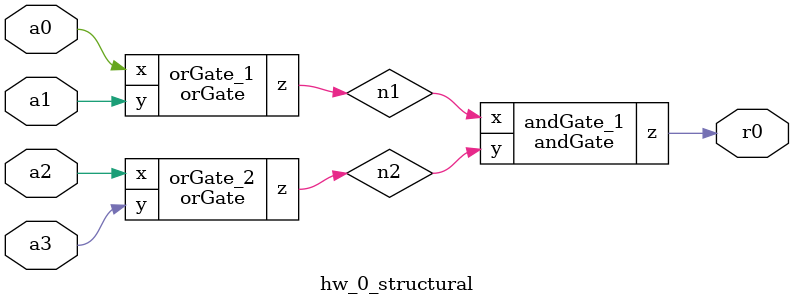
<source format=v>
`timescale 1ns / 1ns

// Structural blocks for design

module andGate(x, y, z);
    input x, y;
    output reg z;
    
    always @(x, y) begin
        z <= x & y;
     end

endmodule

module orGate(x, y, z);
    input x, y;
    output reg z;
    
    always @(x, y) begin
        z <= x | y;
    end

endmodule

// HW designs

// Procedural design
module hw_0_procedural(a3, a2, a1, a0, r0);
    input a3, a2, a1, a0;
    output reg r0;
    
    always @(a3, a2, a1, a0) begin
        r0 <= (a0 | a1) & (a2 | a3);
    end

endmodule

// Structural design
module hw_0_structural(a3, a2, a1, a0, r0);
    input a3, a2, a1, a0;
    output wire r0;
    
    wire n1, n2;
    
    orGate orGate_1(a0, a1, n1);
    orGate orGate_2(a2, a3, n2);
    andGate andGate_1(n1, n2, r0);
    
endmodule


</source>
